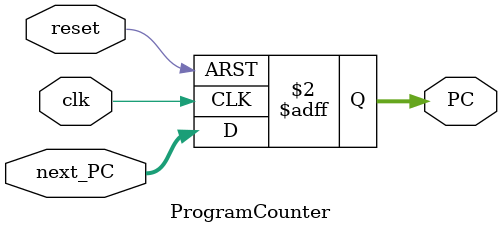
<source format=v>
module ProgramCounter(
    input clk,
    input reset,
    input [31:0] next_PC,
    output reg [31:0] PC
);
    always @(posedge clk or posedge reset) begin
        if (reset)
            PC <= 32'h00000000;
        else
            PC <= next_PC;
    end
endmodule
</source>
